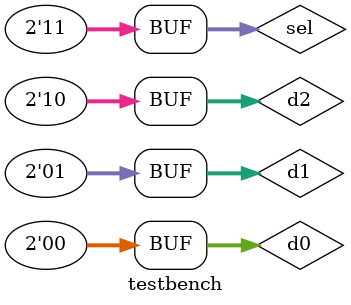
<source format=v>
`timescale 1 ns / 100 ps
module testbench;

  reg  [1:0] d0;
  reg  [1:0] d1;
  reg  [1:0] d2;
  reg  [1:0] sel;
  wire [1:0] y;
 
  b2_mux_3_1_case b2_mux_3_1_case (d0, d1, d2, sel, y);    

  initial 
  begin
    d0 = 2'b00;
    d1 = 2'b01;
    d2 = 2'b10;
    sel = 2'b00;     

    #10;
    sel = 2'b01;     

    #10;
    sel = 2'b10;     

    #10;
    sel = 2'b11;     

    #10;
    sel = 2'b01;     

    #10;
    sel = 2'b11;     
    #10;
  end

  initial 
    $monitor("d0=%b d1=%b d2=%b sel=%b y=%b", 
              d0, d1, d2, sel, y);
endmodule
</source>
